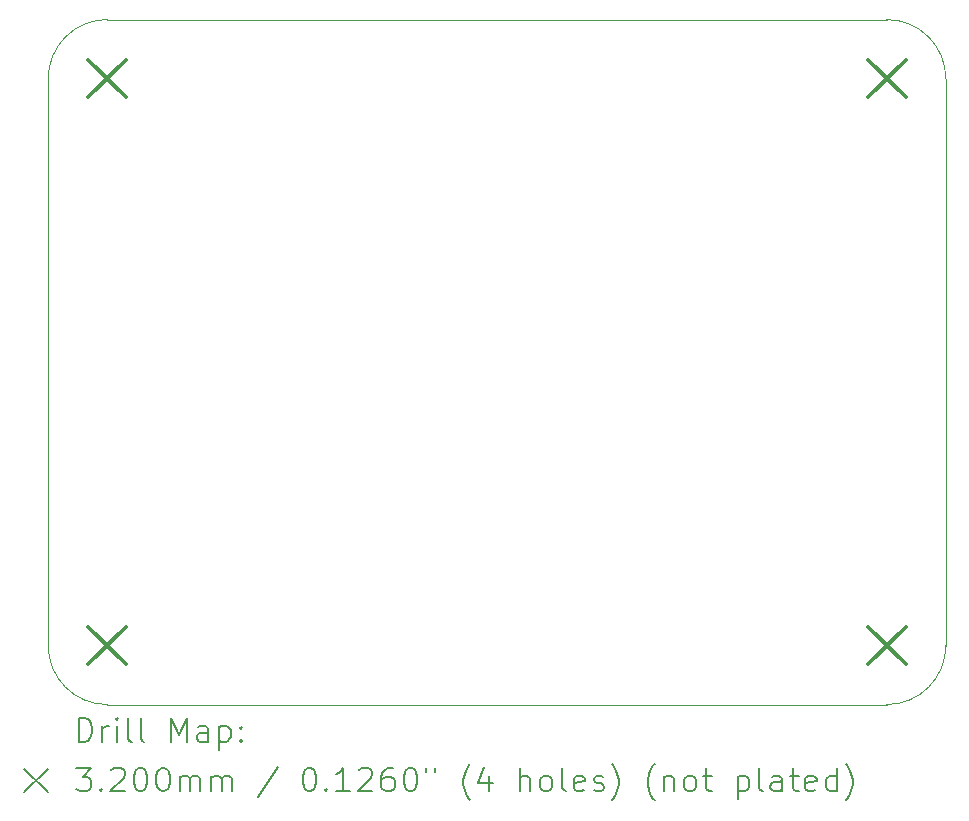
<source format=gbr>
%TF.GenerationSoftware,KiCad,Pcbnew,8.0.8*%
%TF.CreationDate,2025-01-20T15:00:30+07:00*%
%TF.ProjectId,Teensy4.0,5465656e-7379-4342-9e30-2e6b69636164,rev?*%
%TF.SameCoordinates,Original*%
%TF.FileFunction,Drillmap*%
%TF.FilePolarity,Positive*%
%FSLAX45Y45*%
G04 Gerber Fmt 4.5, Leading zero omitted, Abs format (unit mm)*
G04 Created by KiCad (PCBNEW 8.0.8) date 2025-01-20 15:00:30*
%MOMM*%
%LPD*%
G01*
G04 APERTURE LIST*
%ADD10C,0.050000*%
%ADD11C,0.200000*%
%ADD12C,0.320000*%
G04 APERTURE END LIST*
D10*
X10900000Y-12700000D02*
X17500000Y-12700000D01*
X18000000Y-12200000D02*
X18000000Y-7400000D01*
X17500000Y-6900000D02*
G75*
G02*
X18000000Y-7400000I0J-500000D01*
G01*
X10900000Y-6900000D02*
X17500000Y-6900000D01*
X10900000Y-12700000D02*
G75*
G02*
X10400000Y-12200000I0J500000D01*
G01*
X18000000Y-12200000D02*
G75*
G02*
X17500000Y-12700000I-500000J0D01*
G01*
X10400000Y-7400000D02*
G75*
G02*
X10900000Y-6900000I500000J0D01*
G01*
X10400000Y-7400000D02*
X10400000Y-12200000D01*
D11*
D12*
X10740000Y-7240000D02*
X11060000Y-7560000D01*
X11060000Y-7240000D02*
X10740000Y-7560000D01*
X10740000Y-12040000D02*
X11060000Y-12360000D01*
X11060000Y-12040000D02*
X10740000Y-12360000D01*
X17340000Y-7240000D02*
X17660000Y-7560000D01*
X17660000Y-7240000D02*
X17340000Y-7560000D01*
X17340000Y-12040000D02*
X17660000Y-12360000D01*
X17660000Y-12040000D02*
X17340000Y-12360000D01*
D11*
X10658277Y-13013984D02*
X10658277Y-12813984D01*
X10658277Y-12813984D02*
X10705896Y-12813984D01*
X10705896Y-12813984D02*
X10734467Y-12823508D01*
X10734467Y-12823508D02*
X10753515Y-12842555D01*
X10753515Y-12842555D02*
X10763039Y-12861603D01*
X10763039Y-12861603D02*
X10772563Y-12899698D01*
X10772563Y-12899698D02*
X10772563Y-12928269D01*
X10772563Y-12928269D02*
X10763039Y-12966365D01*
X10763039Y-12966365D02*
X10753515Y-12985412D01*
X10753515Y-12985412D02*
X10734467Y-13004460D01*
X10734467Y-13004460D02*
X10705896Y-13013984D01*
X10705896Y-13013984D02*
X10658277Y-13013984D01*
X10858277Y-13013984D02*
X10858277Y-12880650D01*
X10858277Y-12918746D02*
X10867801Y-12899698D01*
X10867801Y-12899698D02*
X10877324Y-12890174D01*
X10877324Y-12890174D02*
X10896372Y-12880650D01*
X10896372Y-12880650D02*
X10915420Y-12880650D01*
X10982086Y-13013984D02*
X10982086Y-12880650D01*
X10982086Y-12813984D02*
X10972563Y-12823508D01*
X10972563Y-12823508D02*
X10982086Y-12833031D01*
X10982086Y-12833031D02*
X10991610Y-12823508D01*
X10991610Y-12823508D02*
X10982086Y-12813984D01*
X10982086Y-12813984D02*
X10982086Y-12833031D01*
X11105896Y-13013984D02*
X11086848Y-13004460D01*
X11086848Y-13004460D02*
X11077324Y-12985412D01*
X11077324Y-12985412D02*
X11077324Y-12813984D01*
X11210658Y-13013984D02*
X11191610Y-13004460D01*
X11191610Y-13004460D02*
X11182086Y-12985412D01*
X11182086Y-12985412D02*
X11182086Y-12813984D01*
X11439229Y-13013984D02*
X11439229Y-12813984D01*
X11439229Y-12813984D02*
X11505896Y-12956841D01*
X11505896Y-12956841D02*
X11572562Y-12813984D01*
X11572562Y-12813984D02*
X11572562Y-13013984D01*
X11753515Y-13013984D02*
X11753515Y-12909222D01*
X11753515Y-12909222D02*
X11743991Y-12890174D01*
X11743991Y-12890174D02*
X11724943Y-12880650D01*
X11724943Y-12880650D02*
X11686848Y-12880650D01*
X11686848Y-12880650D02*
X11667801Y-12890174D01*
X11753515Y-13004460D02*
X11734467Y-13013984D01*
X11734467Y-13013984D02*
X11686848Y-13013984D01*
X11686848Y-13013984D02*
X11667801Y-13004460D01*
X11667801Y-13004460D02*
X11658277Y-12985412D01*
X11658277Y-12985412D02*
X11658277Y-12966365D01*
X11658277Y-12966365D02*
X11667801Y-12947317D01*
X11667801Y-12947317D02*
X11686848Y-12937793D01*
X11686848Y-12937793D02*
X11734467Y-12937793D01*
X11734467Y-12937793D02*
X11753515Y-12928269D01*
X11848753Y-12880650D02*
X11848753Y-13080650D01*
X11848753Y-12890174D02*
X11867801Y-12880650D01*
X11867801Y-12880650D02*
X11905896Y-12880650D01*
X11905896Y-12880650D02*
X11924943Y-12890174D01*
X11924943Y-12890174D02*
X11934467Y-12899698D01*
X11934467Y-12899698D02*
X11943991Y-12918746D01*
X11943991Y-12918746D02*
X11943991Y-12975888D01*
X11943991Y-12975888D02*
X11934467Y-12994936D01*
X11934467Y-12994936D02*
X11924943Y-13004460D01*
X11924943Y-13004460D02*
X11905896Y-13013984D01*
X11905896Y-13013984D02*
X11867801Y-13013984D01*
X11867801Y-13013984D02*
X11848753Y-13004460D01*
X12029705Y-12994936D02*
X12039229Y-13004460D01*
X12039229Y-13004460D02*
X12029705Y-13013984D01*
X12029705Y-13013984D02*
X12020182Y-13004460D01*
X12020182Y-13004460D02*
X12029705Y-12994936D01*
X12029705Y-12994936D02*
X12029705Y-13013984D01*
X12029705Y-12890174D02*
X12039229Y-12899698D01*
X12039229Y-12899698D02*
X12029705Y-12909222D01*
X12029705Y-12909222D02*
X12020182Y-12899698D01*
X12020182Y-12899698D02*
X12029705Y-12890174D01*
X12029705Y-12890174D02*
X12029705Y-12909222D01*
X10197500Y-13242500D02*
X10397500Y-13442500D01*
X10397500Y-13242500D02*
X10197500Y-13442500D01*
X10639229Y-13233984D02*
X10763039Y-13233984D01*
X10763039Y-13233984D02*
X10696372Y-13310174D01*
X10696372Y-13310174D02*
X10724944Y-13310174D01*
X10724944Y-13310174D02*
X10743991Y-13319698D01*
X10743991Y-13319698D02*
X10753515Y-13329222D01*
X10753515Y-13329222D02*
X10763039Y-13348269D01*
X10763039Y-13348269D02*
X10763039Y-13395888D01*
X10763039Y-13395888D02*
X10753515Y-13414936D01*
X10753515Y-13414936D02*
X10743991Y-13424460D01*
X10743991Y-13424460D02*
X10724944Y-13433984D01*
X10724944Y-13433984D02*
X10667801Y-13433984D01*
X10667801Y-13433984D02*
X10648753Y-13424460D01*
X10648753Y-13424460D02*
X10639229Y-13414936D01*
X10848753Y-13414936D02*
X10858277Y-13424460D01*
X10858277Y-13424460D02*
X10848753Y-13433984D01*
X10848753Y-13433984D02*
X10839229Y-13424460D01*
X10839229Y-13424460D02*
X10848753Y-13414936D01*
X10848753Y-13414936D02*
X10848753Y-13433984D01*
X10934467Y-13253031D02*
X10943991Y-13243508D01*
X10943991Y-13243508D02*
X10963039Y-13233984D01*
X10963039Y-13233984D02*
X11010658Y-13233984D01*
X11010658Y-13233984D02*
X11029705Y-13243508D01*
X11029705Y-13243508D02*
X11039229Y-13253031D01*
X11039229Y-13253031D02*
X11048753Y-13272079D01*
X11048753Y-13272079D02*
X11048753Y-13291127D01*
X11048753Y-13291127D02*
X11039229Y-13319698D01*
X11039229Y-13319698D02*
X10924944Y-13433984D01*
X10924944Y-13433984D02*
X11048753Y-13433984D01*
X11172563Y-13233984D02*
X11191610Y-13233984D01*
X11191610Y-13233984D02*
X11210658Y-13243508D01*
X11210658Y-13243508D02*
X11220182Y-13253031D01*
X11220182Y-13253031D02*
X11229705Y-13272079D01*
X11229705Y-13272079D02*
X11239229Y-13310174D01*
X11239229Y-13310174D02*
X11239229Y-13357793D01*
X11239229Y-13357793D02*
X11229705Y-13395888D01*
X11229705Y-13395888D02*
X11220182Y-13414936D01*
X11220182Y-13414936D02*
X11210658Y-13424460D01*
X11210658Y-13424460D02*
X11191610Y-13433984D01*
X11191610Y-13433984D02*
X11172563Y-13433984D01*
X11172563Y-13433984D02*
X11153515Y-13424460D01*
X11153515Y-13424460D02*
X11143991Y-13414936D01*
X11143991Y-13414936D02*
X11134467Y-13395888D01*
X11134467Y-13395888D02*
X11124944Y-13357793D01*
X11124944Y-13357793D02*
X11124944Y-13310174D01*
X11124944Y-13310174D02*
X11134467Y-13272079D01*
X11134467Y-13272079D02*
X11143991Y-13253031D01*
X11143991Y-13253031D02*
X11153515Y-13243508D01*
X11153515Y-13243508D02*
X11172563Y-13233984D01*
X11363039Y-13233984D02*
X11382086Y-13233984D01*
X11382086Y-13233984D02*
X11401134Y-13243508D01*
X11401134Y-13243508D02*
X11410658Y-13253031D01*
X11410658Y-13253031D02*
X11420182Y-13272079D01*
X11420182Y-13272079D02*
X11429705Y-13310174D01*
X11429705Y-13310174D02*
X11429705Y-13357793D01*
X11429705Y-13357793D02*
X11420182Y-13395888D01*
X11420182Y-13395888D02*
X11410658Y-13414936D01*
X11410658Y-13414936D02*
X11401134Y-13424460D01*
X11401134Y-13424460D02*
X11382086Y-13433984D01*
X11382086Y-13433984D02*
X11363039Y-13433984D01*
X11363039Y-13433984D02*
X11343991Y-13424460D01*
X11343991Y-13424460D02*
X11334467Y-13414936D01*
X11334467Y-13414936D02*
X11324943Y-13395888D01*
X11324943Y-13395888D02*
X11315420Y-13357793D01*
X11315420Y-13357793D02*
X11315420Y-13310174D01*
X11315420Y-13310174D02*
X11324943Y-13272079D01*
X11324943Y-13272079D02*
X11334467Y-13253031D01*
X11334467Y-13253031D02*
X11343991Y-13243508D01*
X11343991Y-13243508D02*
X11363039Y-13233984D01*
X11515420Y-13433984D02*
X11515420Y-13300650D01*
X11515420Y-13319698D02*
X11524943Y-13310174D01*
X11524943Y-13310174D02*
X11543991Y-13300650D01*
X11543991Y-13300650D02*
X11572563Y-13300650D01*
X11572563Y-13300650D02*
X11591610Y-13310174D01*
X11591610Y-13310174D02*
X11601134Y-13329222D01*
X11601134Y-13329222D02*
X11601134Y-13433984D01*
X11601134Y-13329222D02*
X11610658Y-13310174D01*
X11610658Y-13310174D02*
X11629705Y-13300650D01*
X11629705Y-13300650D02*
X11658277Y-13300650D01*
X11658277Y-13300650D02*
X11677324Y-13310174D01*
X11677324Y-13310174D02*
X11686848Y-13329222D01*
X11686848Y-13329222D02*
X11686848Y-13433984D01*
X11782086Y-13433984D02*
X11782086Y-13300650D01*
X11782086Y-13319698D02*
X11791610Y-13310174D01*
X11791610Y-13310174D02*
X11810658Y-13300650D01*
X11810658Y-13300650D02*
X11839229Y-13300650D01*
X11839229Y-13300650D02*
X11858277Y-13310174D01*
X11858277Y-13310174D02*
X11867801Y-13329222D01*
X11867801Y-13329222D02*
X11867801Y-13433984D01*
X11867801Y-13329222D02*
X11877324Y-13310174D01*
X11877324Y-13310174D02*
X11896372Y-13300650D01*
X11896372Y-13300650D02*
X11924943Y-13300650D01*
X11924943Y-13300650D02*
X11943991Y-13310174D01*
X11943991Y-13310174D02*
X11953515Y-13329222D01*
X11953515Y-13329222D02*
X11953515Y-13433984D01*
X12343991Y-13224460D02*
X12172563Y-13481603D01*
X12601134Y-13233984D02*
X12620182Y-13233984D01*
X12620182Y-13233984D02*
X12639229Y-13243508D01*
X12639229Y-13243508D02*
X12648753Y-13253031D01*
X12648753Y-13253031D02*
X12658277Y-13272079D01*
X12658277Y-13272079D02*
X12667801Y-13310174D01*
X12667801Y-13310174D02*
X12667801Y-13357793D01*
X12667801Y-13357793D02*
X12658277Y-13395888D01*
X12658277Y-13395888D02*
X12648753Y-13414936D01*
X12648753Y-13414936D02*
X12639229Y-13424460D01*
X12639229Y-13424460D02*
X12620182Y-13433984D01*
X12620182Y-13433984D02*
X12601134Y-13433984D01*
X12601134Y-13433984D02*
X12582086Y-13424460D01*
X12582086Y-13424460D02*
X12572563Y-13414936D01*
X12572563Y-13414936D02*
X12563039Y-13395888D01*
X12563039Y-13395888D02*
X12553515Y-13357793D01*
X12553515Y-13357793D02*
X12553515Y-13310174D01*
X12553515Y-13310174D02*
X12563039Y-13272079D01*
X12563039Y-13272079D02*
X12572563Y-13253031D01*
X12572563Y-13253031D02*
X12582086Y-13243508D01*
X12582086Y-13243508D02*
X12601134Y-13233984D01*
X12753515Y-13414936D02*
X12763039Y-13424460D01*
X12763039Y-13424460D02*
X12753515Y-13433984D01*
X12753515Y-13433984D02*
X12743991Y-13424460D01*
X12743991Y-13424460D02*
X12753515Y-13414936D01*
X12753515Y-13414936D02*
X12753515Y-13433984D01*
X12953515Y-13433984D02*
X12839229Y-13433984D01*
X12896372Y-13433984D02*
X12896372Y-13233984D01*
X12896372Y-13233984D02*
X12877325Y-13262555D01*
X12877325Y-13262555D02*
X12858277Y-13281603D01*
X12858277Y-13281603D02*
X12839229Y-13291127D01*
X13029706Y-13253031D02*
X13039229Y-13243508D01*
X13039229Y-13243508D02*
X13058277Y-13233984D01*
X13058277Y-13233984D02*
X13105896Y-13233984D01*
X13105896Y-13233984D02*
X13124944Y-13243508D01*
X13124944Y-13243508D02*
X13134467Y-13253031D01*
X13134467Y-13253031D02*
X13143991Y-13272079D01*
X13143991Y-13272079D02*
X13143991Y-13291127D01*
X13143991Y-13291127D02*
X13134467Y-13319698D01*
X13134467Y-13319698D02*
X13020182Y-13433984D01*
X13020182Y-13433984D02*
X13143991Y-13433984D01*
X13315420Y-13233984D02*
X13277325Y-13233984D01*
X13277325Y-13233984D02*
X13258277Y-13243508D01*
X13258277Y-13243508D02*
X13248753Y-13253031D01*
X13248753Y-13253031D02*
X13229706Y-13281603D01*
X13229706Y-13281603D02*
X13220182Y-13319698D01*
X13220182Y-13319698D02*
X13220182Y-13395888D01*
X13220182Y-13395888D02*
X13229706Y-13414936D01*
X13229706Y-13414936D02*
X13239229Y-13424460D01*
X13239229Y-13424460D02*
X13258277Y-13433984D01*
X13258277Y-13433984D02*
X13296372Y-13433984D01*
X13296372Y-13433984D02*
X13315420Y-13424460D01*
X13315420Y-13424460D02*
X13324944Y-13414936D01*
X13324944Y-13414936D02*
X13334467Y-13395888D01*
X13334467Y-13395888D02*
X13334467Y-13348269D01*
X13334467Y-13348269D02*
X13324944Y-13329222D01*
X13324944Y-13329222D02*
X13315420Y-13319698D01*
X13315420Y-13319698D02*
X13296372Y-13310174D01*
X13296372Y-13310174D02*
X13258277Y-13310174D01*
X13258277Y-13310174D02*
X13239229Y-13319698D01*
X13239229Y-13319698D02*
X13229706Y-13329222D01*
X13229706Y-13329222D02*
X13220182Y-13348269D01*
X13458277Y-13233984D02*
X13477325Y-13233984D01*
X13477325Y-13233984D02*
X13496372Y-13243508D01*
X13496372Y-13243508D02*
X13505896Y-13253031D01*
X13505896Y-13253031D02*
X13515420Y-13272079D01*
X13515420Y-13272079D02*
X13524944Y-13310174D01*
X13524944Y-13310174D02*
X13524944Y-13357793D01*
X13524944Y-13357793D02*
X13515420Y-13395888D01*
X13515420Y-13395888D02*
X13505896Y-13414936D01*
X13505896Y-13414936D02*
X13496372Y-13424460D01*
X13496372Y-13424460D02*
X13477325Y-13433984D01*
X13477325Y-13433984D02*
X13458277Y-13433984D01*
X13458277Y-13433984D02*
X13439229Y-13424460D01*
X13439229Y-13424460D02*
X13429706Y-13414936D01*
X13429706Y-13414936D02*
X13420182Y-13395888D01*
X13420182Y-13395888D02*
X13410658Y-13357793D01*
X13410658Y-13357793D02*
X13410658Y-13310174D01*
X13410658Y-13310174D02*
X13420182Y-13272079D01*
X13420182Y-13272079D02*
X13429706Y-13253031D01*
X13429706Y-13253031D02*
X13439229Y-13243508D01*
X13439229Y-13243508D02*
X13458277Y-13233984D01*
X13601134Y-13233984D02*
X13601134Y-13272079D01*
X13677325Y-13233984D02*
X13677325Y-13272079D01*
X13972563Y-13510174D02*
X13963039Y-13500650D01*
X13963039Y-13500650D02*
X13943991Y-13472079D01*
X13943991Y-13472079D02*
X13934468Y-13453031D01*
X13934468Y-13453031D02*
X13924944Y-13424460D01*
X13924944Y-13424460D02*
X13915420Y-13376841D01*
X13915420Y-13376841D02*
X13915420Y-13338746D01*
X13915420Y-13338746D02*
X13924944Y-13291127D01*
X13924944Y-13291127D02*
X13934468Y-13262555D01*
X13934468Y-13262555D02*
X13943991Y-13243508D01*
X13943991Y-13243508D02*
X13963039Y-13214936D01*
X13963039Y-13214936D02*
X13972563Y-13205412D01*
X14134468Y-13300650D02*
X14134468Y-13433984D01*
X14086848Y-13224460D02*
X14039229Y-13367317D01*
X14039229Y-13367317D02*
X14163039Y-13367317D01*
X14391610Y-13433984D02*
X14391610Y-13233984D01*
X14477325Y-13433984D02*
X14477325Y-13329222D01*
X14477325Y-13329222D02*
X14467801Y-13310174D01*
X14467801Y-13310174D02*
X14448753Y-13300650D01*
X14448753Y-13300650D02*
X14420182Y-13300650D01*
X14420182Y-13300650D02*
X14401134Y-13310174D01*
X14401134Y-13310174D02*
X14391610Y-13319698D01*
X14601134Y-13433984D02*
X14582087Y-13424460D01*
X14582087Y-13424460D02*
X14572563Y-13414936D01*
X14572563Y-13414936D02*
X14563039Y-13395888D01*
X14563039Y-13395888D02*
X14563039Y-13338746D01*
X14563039Y-13338746D02*
X14572563Y-13319698D01*
X14572563Y-13319698D02*
X14582087Y-13310174D01*
X14582087Y-13310174D02*
X14601134Y-13300650D01*
X14601134Y-13300650D02*
X14629706Y-13300650D01*
X14629706Y-13300650D02*
X14648753Y-13310174D01*
X14648753Y-13310174D02*
X14658277Y-13319698D01*
X14658277Y-13319698D02*
X14667801Y-13338746D01*
X14667801Y-13338746D02*
X14667801Y-13395888D01*
X14667801Y-13395888D02*
X14658277Y-13414936D01*
X14658277Y-13414936D02*
X14648753Y-13424460D01*
X14648753Y-13424460D02*
X14629706Y-13433984D01*
X14629706Y-13433984D02*
X14601134Y-13433984D01*
X14782087Y-13433984D02*
X14763039Y-13424460D01*
X14763039Y-13424460D02*
X14753515Y-13405412D01*
X14753515Y-13405412D02*
X14753515Y-13233984D01*
X14934468Y-13424460D02*
X14915420Y-13433984D01*
X14915420Y-13433984D02*
X14877325Y-13433984D01*
X14877325Y-13433984D02*
X14858277Y-13424460D01*
X14858277Y-13424460D02*
X14848753Y-13405412D01*
X14848753Y-13405412D02*
X14848753Y-13329222D01*
X14848753Y-13329222D02*
X14858277Y-13310174D01*
X14858277Y-13310174D02*
X14877325Y-13300650D01*
X14877325Y-13300650D02*
X14915420Y-13300650D01*
X14915420Y-13300650D02*
X14934468Y-13310174D01*
X14934468Y-13310174D02*
X14943991Y-13329222D01*
X14943991Y-13329222D02*
X14943991Y-13348269D01*
X14943991Y-13348269D02*
X14848753Y-13367317D01*
X15020182Y-13424460D02*
X15039230Y-13433984D01*
X15039230Y-13433984D02*
X15077325Y-13433984D01*
X15077325Y-13433984D02*
X15096372Y-13424460D01*
X15096372Y-13424460D02*
X15105896Y-13405412D01*
X15105896Y-13405412D02*
X15105896Y-13395888D01*
X15105896Y-13395888D02*
X15096372Y-13376841D01*
X15096372Y-13376841D02*
X15077325Y-13367317D01*
X15077325Y-13367317D02*
X15048753Y-13367317D01*
X15048753Y-13367317D02*
X15029706Y-13357793D01*
X15029706Y-13357793D02*
X15020182Y-13338746D01*
X15020182Y-13338746D02*
X15020182Y-13329222D01*
X15020182Y-13329222D02*
X15029706Y-13310174D01*
X15029706Y-13310174D02*
X15048753Y-13300650D01*
X15048753Y-13300650D02*
X15077325Y-13300650D01*
X15077325Y-13300650D02*
X15096372Y-13310174D01*
X15172563Y-13510174D02*
X15182087Y-13500650D01*
X15182087Y-13500650D02*
X15201134Y-13472079D01*
X15201134Y-13472079D02*
X15210658Y-13453031D01*
X15210658Y-13453031D02*
X15220182Y-13424460D01*
X15220182Y-13424460D02*
X15229706Y-13376841D01*
X15229706Y-13376841D02*
X15229706Y-13338746D01*
X15229706Y-13338746D02*
X15220182Y-13291127D01*
X15220182Y-13291127D02*
X15210658Y-13262555D01*
X15210658Y-13262555D02*
X15201134Y-13243508D01*
X15201134Y-13243508D02*
X15182087Y-13214936D01*
X15182087Y-13214936D02*
X15172563Y-13205412D01*
X15534468Y-13510174D02*
X15524944Y-13500650D01*
X15524944Y-13500650D02*
X15505896Y-13472079D01*
X15505896Y-13472079D02*
X15496372Y-13453031D01*
X15496372Y-13453031D02*
X15486849Y-13424460D01*
X15486849Y-13424460D02*
X15477325Y-13376841D01*
X15477325Y-13376841D02*
X15477325Y-13338746D01*
X15477325Y-13338746D02*
X15486849Y-13291127D01*
X15486849Y-13291127D02*
X15496372Y-13262555D01*
X15496372Y-13262555D02*
X15505896Y-13243508D01*
X15505896Y-13243508D02*
X15524944Y-13214936D01*
X15524944Y-13214936D02*
X15534468Y-13205412D01*
X15610658Y-13300650D02*
X15610658Y-13433984D01*
X15610658Y-13319698D02*
X15620182Y-13310174D01*
X15620182Y-13310174D02*
X15639230Y-13300650D01*
X15639230Y-13300650D02*
X15667801Y-13300650D01*
X15667801Y-13300650D02*
X15686849Y-13310174D01*
X15686849Y-13310174D02*
X15696372Y-13329222D01*
X15696372Y-13329222D02*
X15696372Y-13433984D01*
X15820182Y-13433984D02*
X15801134Y-13424460D01*
X15801134Y-13424460D02*
X15791611Y-13414936D01*
X15791611Y-13414936D02*
X15782087Y-13395888D01*
X15782087Y-13395888D02*
X15782087Y-13338746D01*
X15782087Y-13338746D02*
X15791611Y-13319698D01*
X15791611Y-13319698D02*
X15801134Y-13310174D01*
X15801134Y-13310174D02*
X15820182Y-13300650D01*
X15820182Y-13300650D02*
X15848753Y-13300650D01*
X15848753Y-13300650D02*
X15867801Y-13310174D01*
X15867801Y-13310174D02*
X15877325Y-13319698D01*
X15877325Y-13319698D02*
X15886849Y-13338746D01*
X15886849Y-13338746D02*
X15886849Y-13395888D01*
X15886849Y-13395888D02*
X15877325Y-13414936D01*
X15877325Y-13414936D02*
X15867801Y-13424460D01*
X15867801Y-13424460D02*
X15848753Y-13433984D01*
X15848753Y-13433984D02*
X15820182Y-13433984D01*
X15943992Y-13300650D02*
X16020182Y-13300650D01*
X15972563Y-13233984D02*
X15972563Y-13405412D01*
X15972563Y-13405412D02*
X15982087Y-13424460D01*
X15982087Y-13424460D02*
X16001134Y-13433984D01*
X16001134Y-13433984D02*
X16020182Y-13433984D01*
X16239230Y-13300650D02*
X16239230Y-13500650D01*
X16239230Y-13310174D02*
X16258277Y-13300650D01*
X16258277Y-13300650D02*
X16296373Y-13300650D01*
X16296373Y-13300650D02*
X16315420Y-13310174D01*
X16315420Y-13310174D02*
X16324944Y-13319698D01*
X16324944Y-13319698D02*
X16334468Y-13338746D01*
X16334468Y-13338746D02*
X16334468Y-13395888D01*
X16334468Y-13395888D02*
X16324944Y-13414936D01*
X16324944Y-13414936D02*
X16315420Y-13424460D01*
X16315420Y-13424460D02*
X16296373Y-13433984D01*
X16296373Y-13433984D02*
X16258277Y-13433984D01*
X16258277Y-13433984D02*
X16239230Y-13424460D01*
X16448753Y-13433984D02*
X16429706Y-13424460D01*
X16429706Y-13424460D02*
X16420182Y-13405412D01*
X16420182Y-13405412D02*
X16420182Y-13233984D01*
X16610658Y-13433984D02*
X16610658Y-13329222D01*
X16610658Y-13329222D02*
X16601134Y-13310174D01*
X16601134Y-13310174D02*
X16582087Y-13300650D01*
X16582087Y-13300650D02*
X16543992Y-13300650D01*
X16543992Y-13300650D02*
X16524944Y-13310174D01*
X16610658Y-13424460D02*
X16591611Y-13433984D01*
X16591611Y-13433984D02*
X16543992Y-13433984D01*
X16543992Y-13433984D02*
X16524944Y-13424460D01*
X16524944Y-13424460D02*
X16515420Y-13405412D01*
X16515420Y-13405412D02*
X16515420Y-13386365D01*
X16515420Y-13386365D02*
X16524944Y-13367317D01*
X16524944Y-13367317D02*
X16543992Y-13357793D01*
X16543992Y-13357793D02*
X16591611Y-13357793D01*
X16591611Y-13357793D02*
X16610658Y-13348269D01*
X16677325Y-13300650D02*
X16753515Y-13300650D01*
X16705896Y-13233984D02*
X16705896Y-13405412D01*
X16705896Y-13405412D02*
X16715420Y-13424460D01*
X16715420Y-13424460D02*
X16734468Y-13433984D01*
X16734468Y-13433984D02*
X16753515Y-13433984D01*
X16896373Y-13424460D02*
X16877325Y-13433984D01*
X16877325Y-13433984D02*
X16839230Y-13433984D01*
X16839230Y-13433984D02*
X16820182Y-13424460D01*
X16820182Y-13424460D02*
X16810658Y-13405412D01*
X16810658Y-13405412D02*
X16810658Y-13329222D01*
X16810658Y-13329222D02*
X16820182Y-13310174D01*
X16820182Y-13310174D02*
X16839230Y-13300650D01*
X16839230Y-13300650D02*
X16877325Y-13300650D01*
X16877325Y-13300650D02*
X16896373Y-13310174D01*
X16896373Y-13310174D02*
X16905896Y-13329222D01*
X16905896Y-13329222D02*
X16905896Y-13348269D01*
X16905896Y-13348269D02*
X16810658Y-13367317D01*
X17077325Y-13433984D02*
X17077325Y-13233984D01*
X17077325Y-13424460D02*
X17058277Y-13433984D01*
X17058277Y-13433984D02*
X17020182Y-13433984D01*
X17020182Y-13433984D02*
X17001135Y-13424460D01*
X17001135Y-13424460D02*
X16991611Y-13414936D01*
X16991611Y-13414936D02*
X16982087Y-13395888D01*
X16982087Y-13395888D02*
X16982087Y-13338746D01*
X16982087Y-13338746D02*
X16991611Y-13319698D01*
X16991611Y-13319698D02*
X17001135Y-13310174D01*
X17001135Y-13310174D02*
X17020182Y-13300650D01*
X17020182Y-13300650D02*
X17058277Y-13300650D01*
X17058277Y-13300650D02*
X17077325Y-13310174D01*
X17153516Y-13510174D02*
X17163039Y-13500650D01*
X17163039Y-13500650D02*
X17182087Y-13472079D01*
X17182087Y-13472079D02*
X17191611Y-13453031D01*
X17191611Y-13453031D02*
X17201135Y-13424460D01*
X17201135Y-13424460D02*
X17210658Y-13376841D01*
X17210658Y-13376841D02*
X17210658Y-13338746D01*
X17210658Y-13338746D02*
X17201135Y-13291127D01*
X17201135Y-13291127D02*
X17191611Y-13262555D01*
X17191611Y-13262555D02*
X17182087Y-13243508D01*
X17182087Y-13243508D02*
X17163039Y-13214936D01*
X17163039Y-13214936D02*
X17153516Y-13205412D01*
M02*

</source>
